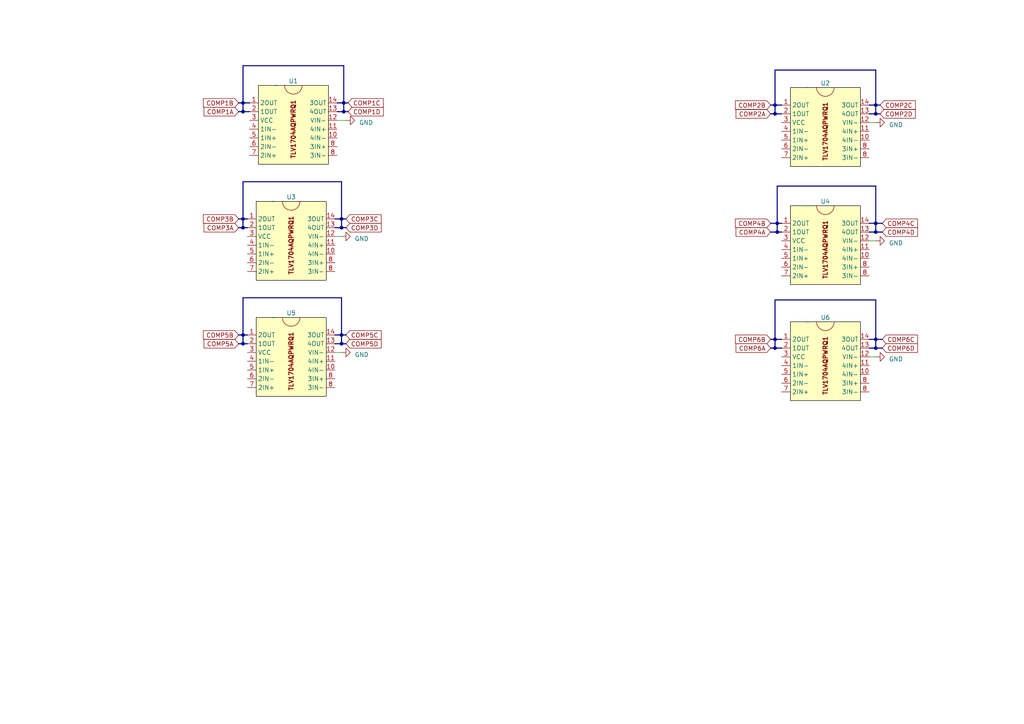
<source format=kicad_sch>
(kicad_sch (version 20230121) (generator eeschema)
  (paper "A4")
  (lib_symbols
    (symbol "ComparatorICs:TLV1704AQPWRQ1_"
      (property "Reference" "U" (at 0 10.16 0))
      (symbol "TLV1704AQPWRQ1__1_1"
        (rectangle (start -10.16 7.62) (end 10.16 -15.24) (stroke (width 0) (color 0 0 0 1)) (fill (type background)))
        (arc (start -2.54 7.62) (mid -1.7961 5.8239) (end 0 5.08))
        (arc (start 0 5.08) (mid 1.7961 5.8239) (end 2.54 7.62))
        (text "TLV1704AQPWRQ1" (at 0 -5.08 900) (effects (font (size 1.27 1.27) bold)))
        (pin open_collector line (at -12.7 2.54 0) (length 2.54) (name "2OUT") (number "1"))
        (pin input line (at 12.7 -7.62 180) (length 2.54) (name "4IN-") (number "10"))
        (pin input line (at 12.7 -5.08 180) (length 2.54) (name "4IN+") (number "11"))
        (pin power_in line (at 12.7 -2.54 180) (length 2.54) (name "VIN-") (number "12"))
        (pin open_collector line (at 12.7 0 180) (length 2.54) (name "4OUT") (number "13"))
        (pin open_collector line (at 12.7 2.54 180) (length 2.54) (name "3OUT") (number "14"))
        (pin open_collector line (at -12.7 0 0) (length 2.54) (name "1OUT") (number "2"))
        (pin power_in line (at -12.7 -2.54 0) (length 2.54) (name "VCC") (number "3"))
        (pin input line (at -12.7 -5.08 0) (length 2.54) (name "1IN-") (number "4"))
        (pin input line (at -12.7 -7.62 0) (length 2.54) (name "1IN+") (number "5"))
        (pin input line (at -12.7 -10.16 0) (length 2.54) (name "2IN-") (number "6"))
        (pin input line (at -12.7 -12.7 0) (length 2.54) (name "2IN+") (number "7"))
        (pin input line (at 12.7 -10.16 180) (length 2.54) (name "3IN+") (number "8"))
        (pin input line (at 12.7 -12.7 180) (length 2.54) (name "3IN-") (number "8"))
      )
    )
    (symbol "power:GND" (power) (pin_names (offset 0))
      (property "Value" "GND" (at 0 -3.81 0))
      (symbol "GND_0_1"
        (polyline (pts (xy 0 0) (xy 0 -1.27) (xy 1.27 -1.27) (xy 0 -2.54) (xy -1.27 -1.27) (xy 0 -1.27)))
      )
      (symbol "GND_1_1"
        (pin power_in line (at 0 0 270) (length 0) hide (name "GND") (number "1"))
      )
    )
  )
  (junction (at 254 64.77))
  (junction (at 254 33.02))
  (junction (at 70.485 29.845))
  (junction (at 225.425 64.77))
  (junction (at 224.79 98.425))
  (junction (at 254 98.425))
  (junction (at 99.695 32.385))
  (junction (at 224.79 100.965))
  (junction (at 99.06 66.04))
  (junction (at 224.79 33.02))
  (junction (at 99.06 63.5))
  (junction (at 99.695 29.845))
  (junction (at 70.485 66.04))
  (junction (at 70.485 97.155))
  (junction (at 224.79 30.48))
  (junction (at 254 100.965))
  (junction (at 225.425 67.31))
  (junction (at 99.06 97.155))
  (junction (at 99.06 99.695))
  (junction (at 254 67.31))
  (junction (at 70.485 32.385))
  (junction (at 70.485 63.5))
  (junction (at 254 30.48))
  (junction (at 70.485 99.695))
  (bus (pts (xy 70.485 29.845) (xy 70.485 32.385)))
  (bus (pts (xy 99.06 52.705) (xy 99.06 63.5)))
  (bus (pts (xy 70.485 97.155) (xy 70.485 99.695)))
  (bus (pts (xy 224.79 33.02) (xy 226.695 33.02)))
  (bus (pts (xy 69.215 97.155) (xy 70.485 97.155)))
  (bus (pts (xy 224.79 30.48) (xy 224.79 33.02)))
  (bus (pts (xy 254 30.48) (xy 254 33.02)))
  (bus (pts (xy 254 100.965) (xy 255.905 100.965)))
  (bus (pts (xy 99.06 66.04) (xy 100.33 66.04)))
  (bus (pts (xy 224.79 98.425) (xy 224.79 100.965)))
  (bus (pts (xy 252.095 98.425) (xy 254 98.425)))
  (bus (pts (xy 223.52 64.77) (xy 225.425 64.77)))
  (bus (pts (xy 224.79 30.48) (xy 226.695 30.48)))
  (wire (pts (xy 97.155 68.58) (xy 99.06 68.58)))
  (bus (pts (xy 69.215 63.5) (xy 70.485 63.5)))
  (bus (pts (xy 252.095 67.31) (xy 254 67.31)))
  (bus (pts (xy 254 64.77) (xy 254 53.975)))
  (bus (pts (xy 252.095 100.965) (xy 254 100.965)))
  (bus (pts (xy 223.52 98.425) (xy 224.79 98.425)))
  (bus (pts (xy 97.155 66.04) (xy 99.06 66.04)))
  (bus (pts (xy 99.06 97.155) (xy 100.33 97.155)))
  (bus (pts (xy 97.155 99.695) (xy 99.06 99.695)))
  (bus (pts (xy 70.485 63.5) (xy 70.485 66.04)))
  (bus (pts (xy 223.52 30.48) (xy 224.79 30.48)))
  (bus (pts (xy 254 67.31) (xy 255.905 67.31)))
  (bus (pts (xy 69.215 99.695) (xy 70.485 99.695)))
  (bus (pts (xy 70.485 52.705) (xy 99.06 52.705)))
  (wire (pts (xy 252.095 69.85) (xy 254 69.85)))
  (bus (pts (xy 254 98.425) (xy 254 100.965)))
  (bus (pts (xy 254 86.995) (xy 254 98.425)))
  (wire (pts (xy 97.79 34.925) (xy 100.33 34.925)))
  (bus (pts (xy 99.695 32.385) (xy 100.965 32.385)))
  (bus (pts (xy 254 98.425) (xy 255.905 98.425)))
  (bus (pts (xy 225.425 64.77) (xy 226.695 64.77)))
  (bus (pts (xy 70.485 99.695) (xy 71.755 99.695)))
  (bus (pts (xy 224.79 20.32) (xy 254 20.32)))
  (bus (pts (xy 99.06 63.5) (xy 99.06 66.04)))
  (wire (pts (xy 252.095 35.56) (xy 254 35.56)))
  (bus (pts (xy 252.095 33.02) (xy 254 33.02)))
  (bus (pts (xy 225.425 53.975) (xy 225.425 64.77)))
  (bus (pts (xy 225.425 64.77) (xy 225.425 67.31)))
  (wire (pts (xy 97.155 102.235) (xy 99.06 102.235)))
  (bus (pts (xy 252.095 64.77) (xy 254 64.77)))
  (bus (pts (xy 69.215 29.845) (xy 70.485 29.845)))
  (bus (pts (xy 70.485 19.05) (xy 70.485 29.845)))
  (bus (pts (xy 97.79 29.845) (xy 99.695 29.845)))
  (bus (pts (xy 99.695 29.845) (xy 99.695 32.385)))
  (bus (pts (xy 254 53.975) (xy 225.425 53.975)))
  (bus (pts (xy 254 33.02) (xy 255.27 33.02)))
  (bus (pts (xy 254 64.77) (xy 255.905 64.77)))
  (bus (pts (xy 97.155 63.5) (xy 99.06 63.5)))
  (bus (pts (xy 252.095 30.48) (xy 254 30.48)))
  (bus (pts (xy 70.485 97.155) (xy 71.755 97.155)))
  (bus (pts (xy 254 64.77) (xy 254 67.31)))
  (bus (pts (xy 70.485 66.04) (xy 71.755 66.04)))
  (bus (pts (xy 254 20.32) (xy 254 30.48)))
  (bus (pts (xy 70.485 29.845) (xy 72.39 29.845)))
  (bus (pts (xy 254 30.48) (xy 255.27 30.48)))
  (wire (pts (xy 252.095 103.505) (xy 254 103.505)))
  (bus (pts (xy 97.79 32.385) (xy 99.695 32.385)))
  (bus (pts (xy 225.425 67.31) (xy 226.695 67.31)))
  (bus (pts (xy 224.79 30.48) (xy 224.79 20.32)))
  (bus (pts (xy 223.52 33.02) (xy 224.79 33.02)))
  (bus (pts (xy 99.06 97.155) (xy 99.06 99.695)))
  (bus (pts (xy 99.695 29.845) (xy 100.965 29.845)))
  (bus (pts (xy 70.485 86.36) (xy 99.06 86.36)))
  (bus (pts (xy 69.215 32.385) (xy 70.485 32.385)))
  (bus (pts (xy 99.695 19.05) (xy 70.485 19.05)))
  (bus (pts (xy 70.485 62.865) (xy 70.485 52.705)))
  (bus (pts (xy 99.06 63.5) (xy 100.33 63.5)))
  (bus (pts (xy 223.52 67.31) (xy 225.425 67.31)))
  (bus (pts (xy 223.52 100.965) (xy 224.79 100.965)))
  (bus (pts (xy 99.06 86.36) (xy 99.06 97.155)))
  (bus (pts (xy 99.695 29.845) (xy 99.695 19.05)))
  (bus (pts (xy 99.06 99.695) (xy 100.33 99.695)))
  (bus (pts (xy 224.79 98.425) (xy 226.695 98.425)))
  (bus (pts (xy 224.79 98.425) (xy 224.79 86.995)))
  (bus (pts (xy 224.79 86.995) (xy 254 86.995)))
  (bus (pts (xy 224.79 100.965) (xy 226.695 100.965)))
  (bus (pts (xy 97.155 97.155) (xy 99.06 97.155)))
  (bus (pts (xy 70.485 32.385) (xy 72.39 32.385)))
  (bus (pts (xy 69.215 66.04) (xy 70.485 66.04)))
  (bus (pts (xy 70.485 97.155) (xy 70.485 86.36)))
  (bus (pts (xy 70.485 63.5) (xy 71.755 63.5)))
  (global_label "COMP1C" (shape input) (at 100.965 29.845 0) (property "Intersheetrefs" "${INTERSHEET_REFS}" (effects hide)))
  (global_label "COMP5B" (shape input) (at 69.215 97.155 180) (property "Intersheetrefs" "${INTERSHEET_REFS}" (effects hide)))
  (global_label "COMP5A" (shape input) (at 69.215 99.695 180) (property "Intersheetrefs" "${INTERSHEET_REFS}" (effects hide)))
  (global_label "COMP6D" (shape input) (at 255.905 100.965 0) (property "Intersheetrefs" "${INTERSHEET_REFS}" (effects hide)))
  (global_label "COMP4A" (shape input) (at 223.52 67.31 180) (property "Intersheetrefs" "${INTERSHEET_REFS}" (effects hide)))
  (global_label "COMP5D" (shape input) (at 100.33 99.695 0) (property "Intersheetrefs" "${INTERSHEET_REFS}" (effects hide)))
  (global_label "COMP3A" (shape input) (at 69.215 66.04 180) (property "Intersheetrefs" "${INTERSHEET_REFS}" (effects hide)))
  (global_label "COMP4D" (shape input) (at 255.905 67.31 0) (property "Intersheetrefs" "${INTERSHEET_REFS}" (effects hide)))
  (global_label "COMP6C" (shape input) (at 255.905 98.425 0) (property "Intersheetrefs" "${INTERSHEET_REFS}" (effects hide)))
  (global_label "COMP2B" (shape input) (at 223.52 30.48 180) (property "Intersheetrefs" "${INTERSHEET_REFS}" (effects hide)))
  (global_label "COMP4C" (shape input) (at 255.905 64.77 0) (property "Intersheetrefs" "${INTERSHEET_REFS}" (effects hide)))
  (global_label "COMP1D" (shape input) (at 100.965 32.385 0) (property "Intersheetrefs" "${INTERSHEET_REFS}" (effects hide)))
  (global_label "COMP3C" (shape input) (at 100.33 63.5 0) (property "Intersheetrefs" "${INTERSHEET_REFS}" (effects hide)))
  (global_label "COMP6A" (shape input) (at 223.52 100.965 180) (property "Intersheetrefs" "${INTERSHEET_REFS}" (effects hide)))
  (global_label "COMP4B" (shape input) (at 223.52 64.77 180) (property "Intersheetrefs" "${INTERSHEET_REFS}" (effects hide)))
  (global_label "COMP3D" (shape input) (at 100.33 66.04 0) (property "Intersheetrefs" "${INTERSHEET_REFS}" (effects hide)))
  (global_label "COMP2D" (shape input) (at 255.27 33.02 0) (property "Intersheetrefs" "${INTERSHEET_REFS}" (effects hide)))
  (global_label "COMP3B" (shape input) (at 69.215 63.5 180) (property "Intersheetrefs" "${INTERSHEET_REFS}" (effects hide)))
  (global_label "COMP6B" (shape input) (at 223.52 98.425 180) (property "Intersheetrefs" "${INTERSHEET_REFS}" (effects hide)))
  (global_label "COMP1A" (shape input) (at 69.215 32.385 180) (property "Intersheetrefs" "${INTERSHEET_REFS}" (effects hide)))
  (global_label "COMP1B" (shape input) (at 69.215 29.845 180) (property "Intersheetrefs" "${INTERSHEET_REFS}" (effects hide)))
  (global_label "COMP2C" (shape input) (at 255.27 30.48 0) (property "Intersheetrefs" "${INTERSHEET_REFS}" (effects hide)))
  (global_label "COMP2A" (shape input) (at 223.52 33.02 180) (property "Intersheetrefs" "${INTERSHEET_REFS}" (effects hide)))
  (global_label "COMP5C" (shape input) (at 100.33 97.155 0) (property "Intersheetrefs" "${INTERSHEET_REFS}" (effects hide)))
  (symbol (lib_id "power:GND") (at 254 103.505 90) (unit 1)
    (property "Reference" "#PWR013" (effects hide))
    (property "Value" "GND" (at 257.81 104.14 90) (effects (justify right)))
    (instances (project "UTCB" (path "" (reference "#PWR013") (unit 1)) (path "" (reference "#PWR014") (unit 1))))
  )
  (symbol (lib_id "ComparatorICs:TLV1704AQPWRQ1_") (at 85.09 32.385 0) (unit 1)
    (property "Reference" "U1" (at 85.09 23.495 0))
    (property "Value" "~" (at 80.01 24.765 0))
    (property "Footprint" "Package_SO:HTSSOP-14-1EP_4.4x5mm_P0.65mm_EP3.4x5mm_Mask3x3.1mm" (effects hide))
    (property "Datasheet" "https://www.ti.com/lit/ds/symlink/tlv1702-q1.pdf?HQS=dis-mous-null-mousermode-dsf-pf-null-wwe&ts=1677477427411&ref_url=https%253A%252F%252Fwww.mouser.com%252F" (effects hide))
    (instances (project "UTCB" (path "" (reference "U1") (unit 1)) (path "" (reference "U3") (unit 1))))
  )
  (symbol (lib_id "ComparatorICs:TLV1704AQPWRQ1_") (at 84.455 99.695 0) (unit 1)
    (property "Reference" "U5" (at 84.455 90.805 0))
    (property "Value" "~" (at 79.375 92.075 0))
    (property "Footprint" "Package_SO:HTSSOP-14-1EP_4.4x5mm_P0.65mm_EP3.4x5mm_Mask3x3.1mm" (effects hide))
    (property "Datasheet" "https://www.ti.com/lit/ds/symlink/tlv1702-q1.pdf?HQS=dis-mous-null-mousermode-dsf-pf-null-wwe&ts=1677477427411&ref_url=https%253A%252F%252Fwww.mouser.com%252F" (effects hide))
    (instances (project "UTCB" (path "" (reference "U5") (unit 1)) (path "" (reference "U2") (unit 1))))
  )
  (symbol (lib_id "power:GND") (at 254 69.85 90) (unit 1)
    (property "Reference" "#PWR012" (effects hide))
    (property "Value" "GND" (at 257.81 70.485 90) (effects (justify right)))
    (instances (project "UTCB" (path "" (reference "#PWR012") (unit 1)) (path "" (reference "#PWR013") (unit 1))))
  )
  (symbol (lib_id "power:GND") (at 100.33 34.925 90) (unit 1)
    (property "Reference" "#PWR010" (effects hide))
    (property "Value" "GND" (at 104.14 35.56 90) (effects (justify right)))
    (instances (project "UTCB" (path "" (reference "#PWR010") (unit 1)) (path "" (reference "#PWR015") (unit 1))))
  )
  (symbol (lib_id "ComparatorICs:TLV1704AQPWRQ1_") (at 239.395 67.31 0) (unit 1)
    (property "Reference" "U4" (at 239.395 58.42 0))
    (property "Value" "~" (at 234.315 59.69 0))
    (property "Footprint" "Package_SO:HTSSOP-14-1EP_4.4x5mm_P0.65mm_EP3.4x5mm_Mask3x3.1mm" (effects hide))
    (property "Datasheet" "https://www.ti.com/lit/ds/symlink/tlv1702-q1.pdf?HQS=dis-mous-null-mousermode-dsf-pf-null-wwe&ts=1677477427411&ref_url=https%253A%252F%252Fwww.mouser.com%252F" (effects hide))
    (instances (project "UTCB" (path "" (reference "U4") (unit 1)) (path "" (reference "U5") (unit 1))))
  )
  (symbol (lib_id "ComparatorICs:TLV1704AQPWRQ1_") (at 84.455 66.04 0) (unit 1)
    (property "Reference" "U3" (at 84.455 57.15 0))
    (property "Value" "~" (at 79.375 58.42 0))
    (property "Footprint" "Package_SO:HTSSOP-14-1EP_4.4x5mm_P0.65mm_EP3.4x5mm_Mask3x3.1mm" (effects hide))
    (property "Datasheet" "https://www.ti.com/lit/ds/symlink/tlv1702-q1.pdf?HQS=dis-mous-null-mousermode-dsf-pf-null-wwe&ts=1677477427411&ref_url=https%253A%252F%252Fwww.mouser.com%252F" (effects hide))
    (instances (project "UTCB" (path "" (reference "U3") (unit 1)) (path "" (reference "U1") (unit 1))))
  )
  (symbol (lib_id "ComparatorICs:TLV1704AQPWRQ1_") (at 239.395 100.965 0) (unit 1)
    (property "Reference" "U6" (at 239.395 92.075 0))
    (property "Value" "~" (at 234.315 93.345 0))
    (property "Footprint" "Package_SO:HTSSOP-14-1EP_4.4x5mm_P0.65mm_EP3.4x5mm_Mask3x3.1mm" (effects hide))
    (property "Datasheet" "https://www.ti.com/lit/ds/symlink/tlv1702-q1.pdf?HQS=dis-mous-null-mousermode-dsf-pf-null-wwe&ts=1677477427411&ref_url=https%253A%252F%252Fwww.mouser.com%252F" (effects hide))
  )
  (symbol (lib_id "power:GND") (at 99.06 102.235 90) (unit 1)
    (property "Reference" "#PWR014" (effects hide))
    (property "Value" "GND" (at 102.87 102.87 90) (effects (justify right)))
    (instances (project "UTCB" (path "" (reference "#PWR014") (unit 1)) (path "" (reference "#PWR011") (unit 1))))
  )
  (symbol (lib_id "power:GND") (at 254 35.56 90) (unit 1)
    (property "Reference" "#PWR011" (effects hide))
    (property "Value" "GND" (at 257.81 36.195 90) (effects (justify right)))
    (instances (project "UTCB" (path "" (reference "#PWR011") (unit 1)) (path "" (reference "#PWR012") (unit 1))))
  )
  (symbol (lib_id "ComparatorICs:TLV1704AQPWRQ1_") (at 239.395 33.02 0) (unit 1)
    (property "Reference" "U2" (at 239.395 24.13 0))
    (property "Value" "~" (at 234.315 25.4 0))
    (property "Footprint" "Package_SO:HTSSOP-14-1EP_4.4x5mm_P0.65mm_EP3.4x5mm_Mask3x3.1mm" (effects hide))
    (property "Datasheet" "https://www.ti.com/lit/ds/symlink/tlv1702-q1.pdf?HQS=dis-mous-null-mousermode-dsf-pf-null-wwe&ts=1677477427411&ref_url=https%253A%252F%252Fwww.mouser.com%252F" (effects hide))
    (instances (project "UTCB" (path "" (reference "U2") (unit 1)) (path "" (reference "U4") (unit 1))))
  )
  (symbol (lib_id "power:GND") (at 99.06 68.58 90) (unit 1)
    (property "Reference" "#PWR015" (effects hide))
    (property "Value" "GND" (at 102.87 69.215 90) (effects (justify right)))
    (instances (project "UTCB" (path "" (reference "#PWR015") (unit 1)) (path "" (reference "#PWR010") (unit 1))))
  )
)
</source>
